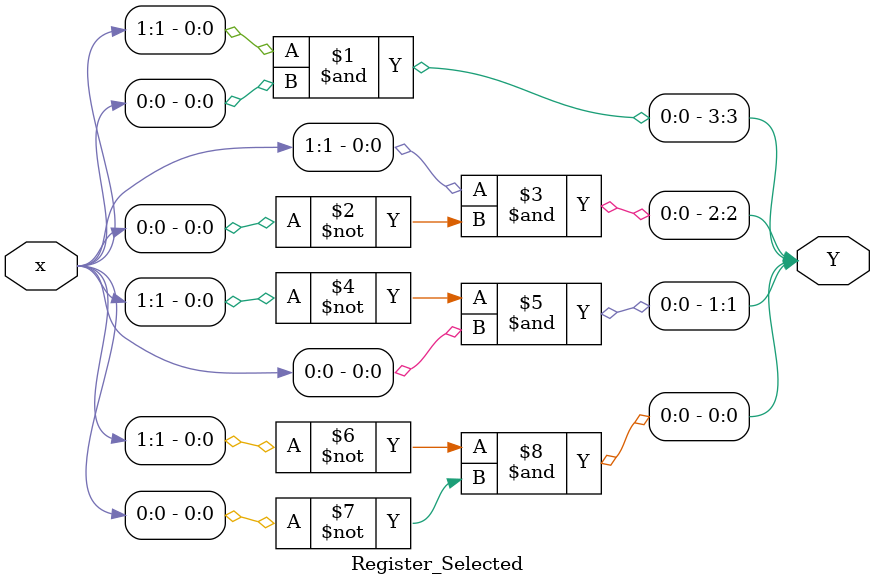
<source format=v>
module Register_Selected (x, Y);

	input [1:0]x;
	output [3:0]Y;
	
	assign Y[3] = x[1] & x[0];
	assign Y[2] = x[1] & ~x[0];
	assign Y[1] = ~x[1] & x[0];
	assign Y[0] = ~x[1] & ~x[0];
	
endmodule
</source>
